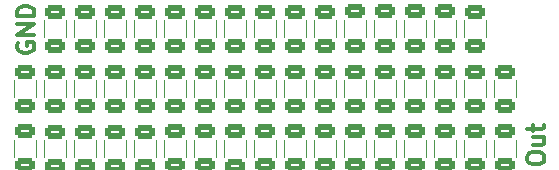
<source format=gto>
G04 #@! TF.GenerationSoftware,KiCad,Pcbnew,7.0.9-7.0.9~ubuntu22.04.1*
G04 #@! TF.CreationDate,2023-11-21T00:20:31+01:00*
G04 #@! TF.ProjectId,dac-pcb,6461632d-7063-4622-9e6b-696361645f70,rev?*
G04 #@! TF.SameCoordinates,Original*
G04 #@! TF.FileFunction,Legend,Top*
G04 #@! TF.FilePolarity,Positive*
%FSLAX46Y46*%
G04 Gerber Fmt 4.6, Leading zero omitted, Abs format (unit mm)*
G04 Created by KiCad (PCBNEW 7.0.9-7.0.9~ubuntu22.04.1) date 2023-11-21 00:20:31*
%MOMM*%
%LPD*%
G01*
G04 APERTURE LIST*
G04 Aperture macros list*
%AMRoundRect*
0 Rectangle with rounded corners*
0 $1 Rounding radius*
0 $2 $3 $4 $5 $6 $7 $8 $9 X,Y pos of 4 corners*
0 Add a 4 corners polygon primitive as box body*
4,1,4,$2,$3,$4,$5,$6,$7,$8,$9,$2,$3,0*
0 Add four circle primitives for the rounded corners*
1,1,$1+$1,$2,$3*
1,1,$1+$1,$4,$5*
1,1,$1+$1,$6,$7*
1,1,$1+$1,$8,$9*
0 Add four rect primitives between the rounded corners*
20,1,$1+$1,$2,$3,$4,$5,0*
20,1,$1+$1,$4,$5,$6,$7,0*
20,1,$1+$1,$6,$7,$8,$9,0*
20,1,$1+$1,$8,$9,$2,$3,0*%
G04 Aperture macros list end*
%ADD10C,0.300000*%
%ADD11C,0.120000*%
%ADD12RoundRect,0.250000X-0.625000X0.312500X-0.625000X-0.312500X0.625000X-0.312500X0.625000X0.312500X0*%
%ADD13RoundRect,0.250000X0.625000X-0.312500X0.625000X0.312500X-0.625000X0.312500X-0.625000X-0.312500X0*%
%ADD14R,1.700000X1.700000*%
%ADD15O,1.700000X1.700000*%
G04 APERTURE END LIST*
D10*
X128928257Y-18979774D02*
X128856828Y-19122632D01*
X128856828Y-19122632D02*
X128856828Y-19336917D01*
X128856828Y-19336917D02*
X128928257Y-19551203D01*
X128928257Y-19551203D02*
X129071114Y-19694060D01*
X129071114Y-19694060D02*
X129213971Y-19765489D01*
X129213971Y-19765489D02*
X129499685Y-19836917D01*
X129499685Y-19836917D02*
X129713971Y-19836917D01*
X129713971Y-19836917D02*
X129999685Y-19765489D01*
X129999685Y-19765489D02*
X130142542Y-19694060D01*
X130142542Y-19694060D02*
X130285400Y-19551203D01*
X130285400Y-19551203D02*
X130356828Y-19336917D01*
X130356828Y-19336917D02*
X130356828Y-19194060D01*
X130356828Y-19194060D02*
X130285400Y-18979774D01*
X130285400Y-18979774D02*
X130213971Y-18908346D01*
X130213971Y-18908346D02*
X129713971Y-18908346D01*
X129713971Y-18908346D02*
X129713971Y-19194060D01*
X130356828Y-18265489D02*
X128856828Y-18265489D01*
X128856828Y-18265489D02*
X130356828Y-17408346D01*
X130356828Y-17408346D02*
X128856828Y-17408346D01*
X130356828Y-16694060D02*
X128856828Y-16694060D01*
X128856828Y-16694060D02*
X128856828Y-16336917D01*
X128856828Y-16336917D02*
X128928257Y-16122631D01*
X128928257Y-16122631D02*
X129071114Y-15979774D01*
X129071114Y-15979774D02*
X129213971Y-15908345D01*
X129213971Y-15908345D02*
X129499685Y-15836917D01*
X129499685Y-15836917D02*
X129713971Y-15836917D01*
X129713971Y-15836917D02*
X129999685Y-15908345D01*
X129999685Y-15908345D02*
X130142542Y-15979774D01*
X130142542Y-15979774D02*
X130285400Y-16122631D01*
X130285400Y-16122631D02*
X130356828Y-16336917D01*
X130356828Y-16336917D02*
X130356828Y-16694060D01*
X172036828Y-28877774D02*
X172036828Y-28592060D01*
X172036828Y-28592060D02*
X172108257Y-28449203D01*
X172108257Y-28449203D02*
X172251114Y-28306346D01*
X172251114Y-28306346D02*
X172536828Y-28234917D01*
X172536828Y-28234917D02*
X173036828Y-28234917D01*
X173036828Y-28234917D02*
X173322542Y-28306346D01*
X173322542Y-28306346D02*
X173465400Y-28449203D01*
X173465400Y-28449203D02*
X173536828Y-28592060D01*
X173536828Y-28592060D02*
X173536828Y-28877774D01*
X173536828Y-28877774D02*
X173465400Y-29020632D01*
X173465400Y-29020632D02*
X173322542Y-29163489D01*
X173322542Y-29163489D02*
X173036828Y-29234917D01*
X173036828Y-29234917D02*
X172536828Y-29234917D01*
X172536828Y-29234917D02*
X172251114Y-29163489D01*
X172251114Y-29163489D02*
X172108257Y-29020632D01*
X172108257Y-29020632D02*
X172036828Y-28877774D01*
X172536828Y-26949203D02*
X173536828Y-26949203D01*
X172536828Y-27592060D02*
X173322542Y-27592060D01*
X173322542Y-27592060D02*
X173465400Y-27520631D01*
X173465400Y-27520631D02*
X173536828Y-27377774D01*
X173536828Y-27377774D02*
X173536828Y-27163488D01*
X173536828Y-27163488D02*
X173465400Y-27020631D01*
X173465400Y-27020631D02*
X173393971Y-26949203D01*
X172536828Y-26449202D02*
X172536828Y-25877774D01*
X172036828Y-26234917D02*
X173322542Y-26234917D01*
X173322542Y-26234917D02*
X173465400Y-26163488D01*
X173465400Y-26163488D02*
X173536828Y-26020631D01*
X173536828Y-26020631D02*
X173536828Y-25877774D01*
D11*
X159110000Y-22132936D02*
X159110000Y-23587064D01*
X160930000Y-22132936D02*
X160930000Y-23587064D01*
X136250000Y-18507064D02*
X136250000Y-17052936D01*
X138070000Y-18507064D02*
X138070000Y-17052936D01*
X148950000Y-27151436D02*
X148950000Y-28605564D01*
X150770000Y-27151436D02*
X150770000Y-28605564D01*
X156570000Y-22132936D02*
X156570000Y-23587064D01*
X158390000Y-22132936D02*
X158390000Y-23587064D01*
X151490000Y-18507064D02*
X151490000Y-17052936D01*
X153310000Y-18507064D02*
X153310000Y-17052936D01*
X154030000Y-27151436D02*
X154030000Y-28605564D01*
X155850000Y-27151436D02*
X155850000Y-28605564D01*
X169270000Y-27151436D02*
X169270000Y-28605564D01*
X171090000Y-27151436D02*
X171090000Y-28605564D01*
X138790000Y-18507064D02*
X138790000Y-17052936D01*
X140610000Y-18507064D02*
X140610000Y-17052936D01*
X164190000Y-27151436D02*
X164190000Y-28605564D01*
X166010000Y-27151436D02*
X166010000Y-28605564D01*
X169270000Y-22132936D02*
X169270000Y-23587064D01*
X171090000Y-22132936D02*
X171090000Y-23587064D01*
X166730000Y-22132936D02*
X166730000Y-23587064D01*
X168550000Y-22132936D02*
X168550000Y-23587064D01*
X133710000Y-22132936D02*
X133710000Y-23587064D01*
X135530000Y-22132936D02*
X135530000Y-23587064D01*
X143870000Y-27151436D02*
X143870000Y-28605564D01*
X145690000Y-27151436D02*
X145690000Y-28605564D01*
X161650000Y-22132936D02*
X161650000Y-23587064D01*
X163470000Y-22132936D02*
X163470000Y-23587064D01*
X135530000Y-27212936D02*
X135530000Y-28667064D01*
X133710000Y-27212936D02*
X133710000Y-28667064D01*
X140610000Y-27212936D02*
X140610000Y-28667064D01*
X138790000Y-27212936D02*
X138790000Y-28667064D01*
X151490000Y-22132936D02*
X151490000Y-23587064D01*
X153310000Y-22132936D02*
X153310000Y-23587064D01*
X143870000Y-22132936D02*
X143870000Y-23587064D01*
X145690000Y-22132936D02*
X145690000Y-23587064D01*
X159110000Y-27151436D02*
X159110000Y-28605564D01*
X160930000Y-27151436D02*
X160930000Y-28605564D01*
X150770000Y-18507064D02*
X150770000Y-17052936D01*
X148950000Y-18507064D02*
X148950000Y-17052936D01*
X132990000Y-18507064D02*
X132990000Y-17052936D01*
X131170000Y-18507064D02*
X131170000Y-17052936D01*
X128630000Y-22132936D02*
X128630000Y-23587064D01*
X130450000Y-22132936D02*
X130450000Y-23587064D01*
X133710000Y-18507064D02*
X133710000Y-17052936D01*
X135530000Y-18507064D02*
X135530000Y-17052936D01*
X128630000Y-27151436D02*
X128630000Y-28605564D01*
X130450000Y-27151436D02*
X130450000Y-28605564D01*
X156570000Y-18496364D02*
X156570000Y-17042236D01*
X158390000Y-18496364D02*
X158390000Y-17042236D01*
X148230000Y-27162136D02*
X148230000Y-28616264D01*
X146410000Y-27162136D02*
X146410000Y-28616264D01*
X148230000Y-22132936D02*
X148230000Y-23587064D01*
X146410000Y-22132936D02*
X146410000Y-23587064D01*
X164190000Y-18496364D02*
X164190000Y-17042236D01*
X166010000Y-18496364D02*
X166010000Y-17042236D01*
X138070000Y-22132936D02*
X138070000Y-23587064D01*
X136250000Y-22132936D02*
X136250000Y-23587064D01*
X166730000Y-27151436D02*
X166730000Y-28605564D01*
X168550000Y-27151436D02*
X168550000Y-28605564D01*
X151490000Y-27151436D02*
X151490000Y-28605564D01*
X153310000Y-27151436D02*
X153310000Y-28605564D01*
X148950000Y-22132936D02*
X148950000Y-23587064D01*
X150770000Y-22132936D02*
X150770000Y-23587064D01*
X154030000Y-22132936D02*
X154030000Y-23587064D01*
X155850000Y-22132936D02*
X155850000Y-23587064D01*
X143150000Y-27151436D02*
X143150000Y-28605564D01*
X141330000Y-27151436D02*
X141330000Y-28605564D01*
X136250000Y-27212936D02*
X136250000Y-28667064D01*
X138070000Y-27212936D02*
X138070000Y-28667064D01*
X140610000Y-22132936D02*
X140610000Y-23587064D01*
X138790000Y-22132936D02*
X138790000Y-23587064D01*
X141330000Y-22132936D02*
X141330000Y-23587064D01*
X143150000Y-22132936D02*
X143150000Y-23587064D01*
X159110000Y-18496364D02*
X159110000Y-17042236D01*
X160930000Y-18496364D02*
X160930000Y-17042236D01*
X132990000Y-27212936D02*
X132990000Y-28667064D01*
X131170000Y-27212936D02*
X131170000Y-28667064D01*
X164190000Y-22132936D02*
X164190000Y-23587064D01*
X166010000Y-22132936D02*
X166010000Y-23587064D01*
X141330000Y-18507064D02*
X141330000Y-17052936D01*
X143150000Y-18507064D02*
X143150000Y-17052936D01*
X166730000Y-18507064D02*
X166730000Y-17052936D01*
X168550000Y-18507064D02*
X168550000Y-17052936D01*
X156570000Y-27151436D02*
X156570000Y-28605564D01*
X158390000Y-27151436D02*
X158390000Y-28605564D01*
X132990000Y-22132936D02*
X132990000Y-23587064D01*
X131170000Y-22132936D02*
X131170000Y-23587064D01*
X154030000Y-18507064D02*
X154030000Y-17052936D01*
X155850000Y-18507064D02*
X155850000Y-17052936D01*
X143870000Y-18507064D02*
X143870000Y-17052936D01*
X145690000Y-18507064D02*
X145690000Y-17052936D01*
X161650000Y-27151436D02*
X161650000Y-28605564D01*
X163470000Y-27151436D02*
X163470000Y-28605564D01*
X146410000Y-18507064D02*
X146410000Y-17052936D01*
X148230000Y-18507064D02*
X148230000Y-17052936D01*
X161650000Y-18496364D02*
X161650000Y-17042236D01*
X163470000Y-18496364D02*
X163470000Y-17042236D01*
%LPC*%
D12*
X160020000Y-24322500D03*
X160020000Y-21397500D03*
D13*
X137160000Y-19242500D03*
X137160000Y-16317500D03*
D12*
X149860000Y-29341000D03*
X149860000Y-26416000D03*
X157480000Y-24322500D03*
X157480000Y-21397500D03*
D13*
X152400000Y-19242500D03*
X152400000Y-16317500D03*
D12*
X154940000Y-29341000D03*
X154940000Y-26416000D03*
X170180000Y-29341000D03*
X170180000Y-26416000D03*
D13*
X139700000Y-19242500D03*
X139700000Y-16317500D03*
D12*
X165100000Y-29341000D03*
X165100000Y-26416000D03*
X170180000Y-24322500D03*
X170180000Y-21397500D03*
X167640000Y-24322500D03*
X167640000Y-21397500D03*
X134620000Y-24322500D03*
X134620000Y-21397500D03*
X144780000Y-29341000D03*
X144780000Y-26416000D03*
X162560000Y-24322500D03*
X162560000Y-21397500D03*
X134620000Y-26477500D03*
X134620000Y-29402500D03*
X139700000Y-26477500D03*
X139700000Y-29402500D03*
X152400000Y-24322500D03*
X152400000Y-21397500D03*
X144780000Y-24322500D03*
X144780000Y-21397500D03*
X160020000Y-29341000D03*
X160020000Y-26416000D03*
D13*
X149860000Y-16317500D03*
X149860000Y-19242500D03*
X132080000Y-16317500D03*
X132080000Y-19242500D03*
D12*
X129540000Y-24322500D03*
X129540000Y-21397500D03*
D13*
X134620000Y-19242500D03*
X134620000Y-16317500D03*
D12*
X129540000Y-29341000D03*
X129540000Y-26416000D03*
D13*
X157480000Y-19231800D03*
X157480000Y-16306800D03*
D12*
X147320000Y-26426700D03*
X147320000Y-29351700D03*
X147320000Y-21397500D03*
X147320000Y-24322500D03*
D13*
X165100000Y-19231800D03*
X165100000Y-16306800D03*
D12*
X137160000Y-21397500D03*
X137160000Y-24322500D03*
X167640000Y-29341000D03*
X167640000Y-26416000D03*
X152400000Y-29341000D03*
X152400000Y-26416000D03*
X149860000Y-24322500D03*
X149860000Y-21397500D03*
X154940000Y-24322500D03*
X154940000Y-21397500D03*
X142240000Y-26416000D03*
X142240000Y-29341000D03*
X137160000Y-29402500D03*
X137160000Y-26477500D03*
X139700000Y-21397500D03*
X139700000Y-24322500D03*
X142240000Y-24322500D03*
X142240000Y-21397500D03*
D14*
X129540000Y-32258000D03*
D15*
X132080000Y-32258000D03*
X134620000Y-32258000D03*
X137160000Y-32258000D03*
X139700000Y-32258000D03*
X142240000Y-32258000D03*
X144780000Y-32258000D03*
X147320000Y-32258000D03*
X149860000Y-32258000D03*
X152400000Y-32258000D03*
X154940000Y-32258000D03*
X157480000Y-32258000D03*
X160020000Y-32258000D03*
X162560000Y-32258000D03*
X165100000Y-32258000D03*
X167640000Y-32258000D03*
X170180000Y-32258000D03*
X172720000Y-32258000D03*
D13*
X160020000Y-19231800D03*
X160020000Y-16306800D03*
D12*
X132080000Y-26477500D03*
X132080000Y-29402500D03*
X165100000Y-24322500D03*
X165100000Y-21397500D03*
D13*
X142240000Y-19242500D03*
X142240000Y-16317500D03*
X167640000Y-19242500D03*
X167640000Y-16317500D03*
D12*
X157480000Y-29341000D03*
X157480000Y-26416000D03*
X132080000Y-21397500D03*
X132080000Y-24322500D03*
D13*
X154940000Y-19242500D03*
X154940000Y-16317500D03*
X144780000Y-19242500D03*
X144780000Y-16317500D03*
D12*
X162560000Y-29341000D03*
X162560000Y-26416000D03*
D13*
X147320000Y-19242500D03*
X147320000Y-16317500D03*
X162560000Y-19231800D03*
X162560000Y-16306800D03*
%LPD*%
M02*

</source>
